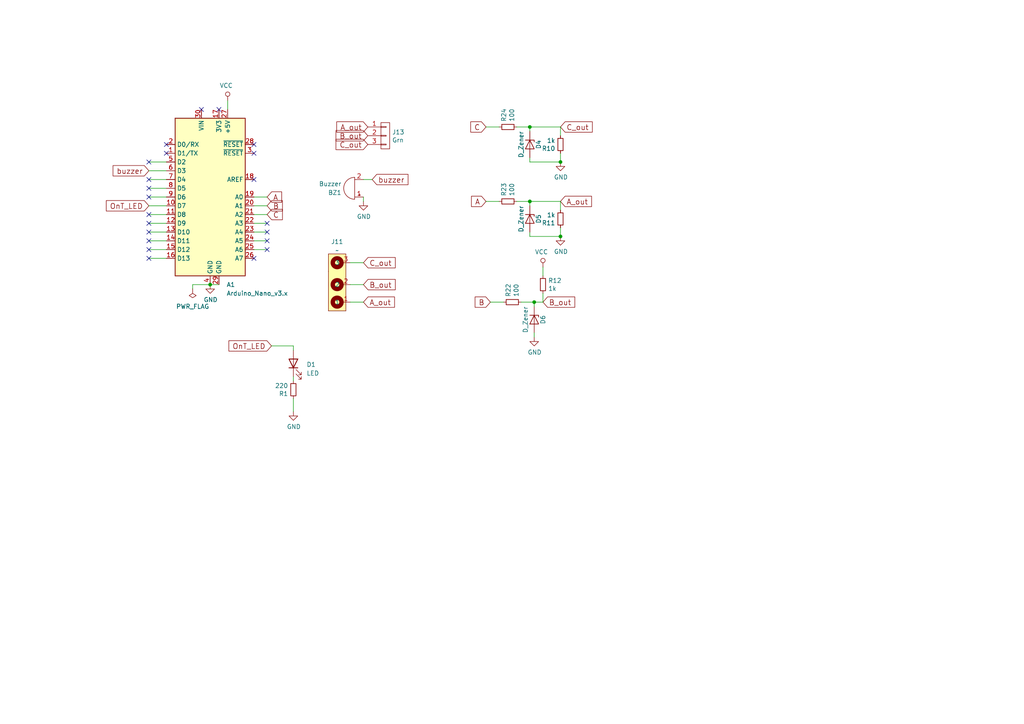
<source format=kicad_sch>
(kicad_sch (version 20231120) (generator "eeschema") (generator_version "8.0")
  (paper "A4")
  (lib_symbols
    (symbol "Device:LED" (pin_numbers hide) (pin_names (offset 1.016) hide)
      (property "Reference" "D" (at 0 2.54 0))
      (property "Value" "LED" (at 0 -2.54 0))
      (symbol "LED_0_1"
        (polyline (pts (xy -1.27 -1.27) (xy -1.27 1.27)) (stroke (width 0.254)))
        (polyline (pts (xy -1.27 0) (xy 1.27 0)))
        (polyline (pts (xy 1.27 -1.27) (xy 1.27 1.27) (xy -1.27 0) (xy 1.27 -1.27)) (stroke (width 0.254)))
        (polyline (pts (xy -3.048 -0.762) (xy -4.572 -2.286) (xy -3.81 -2.286) (xy -4.572 -2.286) (xy -4.572 -1.524)))
        (polyline (pts (xy -1.778 -0.762) (xy -3.302 -2.286) (xy -2.54 -2.286) (xy -3.302 -2.286) (xy -3.302 -1.524)))
      )
      (symbol "LED_1_1"
        (pin passive line (at -3.81 0 0) (length 2.54) (name "K") (number "1"))
        (pin passive line (at 3.81 0 180) (length 2.54) (name "A") (number "2"))
      )
    )
    (symbol "MCU_Module:Arduino_Nano_v3.x"
      (property "Reference" "A" (at -10.16 23.495 0))
      (property "Value" "Arduino_Nano_v3.x" (at 5.08 -24.13 0))
      (symbol "Arduino_Nano_v3.x_0_1"
        (rectangle (start -10.16 22.86) (end 10.16 -22.86) (stroke (width 0.254)) (fill (type background)))
      )
      (symbol "Arduino_Nano_v3.x_1_1"
        (pin bidirectional line (at -12.7 12.7 0) (length 2.54) (name "D1/TX") (number "1"))
        (pin bidirectional line (at -12.7 -2.54 0) (length 2.54) (name "D7") (number "10"))
        (pin bidirectional line (at -12.7 -5.08 0) (length 2.54) (name "D8") (number "11"))
        (pin bidirectional line (at -12.7 -7.62 0) (length 2.54) (name "D9") (number "12"))
        (pin bidirectional line (at -12.7 -10.16 0) (length 2.54) (name "D10") (number "13"))
        (pin bidirectional line (at -12.7 -12.7 0) (length 2.54) (name "D11") (number "14"))
        (pin bidirectional line (at -12.7 -15.24 0) (length 2.54) (name "D12") (number "15"))
        (pin bidirectional line (at -12.7 -17.78 0) (length 2.54) (name "D13") (number "16"))
        (pin power_out line (at 2.54 25.4 270) (length 2.54) (name "3V3") (number "17"))
        (pin input line (at 12.7 5.08 180) (length 2.54) (name "AREF") (number "18"))
        (pin bidirectional line (at 12.7 0 180) (length 2.54) (name "A0") (number "19"))
        (pin bidirectional line (at -12.7 15.24 0) (length 2.54) (name "D0/RX") (number "2"))
        (pin bidirectional line (at 12.7 -2.54 180) (length 2.54) (name "A1") (number "20"))
        (pin bidirectional line (at 12.7 -5.08 180) (length 2.54) (name "A2") (number "21"))
        (pin bidirectional line (at 12.7 -7.62 180) (length 2.54) (name "A3") (number "22"))
        (pin bidirectional line (at 12.7 -10.16 180) (length 2.54) (name "A4") (number "23"))
        (pin bidirectional line (at 12.7 -12.7 180) (length 2.54) (name "A5") (number "24"))
        (pin bidirectional line (at 12.7 -15.24 180) (length 2.54) (name "A6") (number "25"))
        (pin bidirectional line (at 12.7 -17.78 180) (length 2.54) (name "A7") (number "26"))
        (pin power_out line (at 5.08 25.4 270) (length 2.54) (name "+5V") (number "27"))
        (pin input line (at 12.7 15.24 180) (length 2.54) (name "~{RESET}") (number "28"))
        (pin power_in line (at 2.54 -25.4 90) (length 2.54) (name "GND") (number "29"))
        (pin input line (at 12.7 12.7 180) (length 2.54) (name "~{RESET}") (number "3"))
        (pin power_in line (at -2.54 25.4 270) (length 2.54) (name "VIN") (number "30"))
        (pin power_in line (at 0 -25.4 90) (length 2.54) (name "GND") (number "4"))
        (pin bidirectional line (at -12.7 10.16 0) (length 2.54) (name "D2") (number "5"))
        (pin bidirectional line (at -12.7 7.62 0) (length 2.54) (name "D3") (number "6"))
        (pin bidirectional line (at -12.7 5.08 0) (length 2.54) (name "D4") (number "7"))
        (pin bidirectional line (at -12.7 2.54 0) (length 2.54) (name "D5") (number "8"))
        (pin bidirectional line (at -12.7 0 0) (length 2.54) (name "D6") (number "9"))
      )
    )
    (symbol "fencing_scoring-box-rescue:Buzzer-RESCUE-fencing_scoring_box" (pin_names (offset 0.0254) hide)
      (property "Reference" "BZ" (at 3.81 1.27 0))
      (property "Value" "Buzzer-RESCUE-fencing_scoring_box" (at 3.81 -1.27 0))
      (symbol "Buzzer-RESCUE-fencing_scoring_box_0_1"
        (arc (start 0 -3.175) (mid 3.175 0) (end 0 3.175))
        (polyline (pts (xy -1.651 1.905) (xy -1.143 1.905)))
        (polyline (pts (xy -1.397 2.159) (xy -1.397 1.651)))
        (polyline (pts (xy 0 3.175) (xy 0 -3.175)))
      )
      (symbol "Buzzer-RESCUE-fencing_scoring_box_1_1"
        (pin passive line (at -2.54 2.54 0) (length 2.54) (name "-") (number "1"))
        (pin passive line (at -2.54 -2.54 0) (length 2.54) (name "+") (number "2"))
      )
    )
    (symbol "fencing_scoring-box-rescue:CONN_01X03-RESCUE-fencing_scoring_box" (pin_names (offset 1.016) hide)
      (property "Reference" "J" (at 0 5.08 0))
      (property "Value" "CONN_01X03-RESCUE-fencing_scoring_box" (at 2.54 0 90))
      (symbol "CONN_01X03-RESCUE-fencing_scoring_box_0_1"
        (rectangle (start -1.27 -2.413) (end 0.254 -2.667))
        (rectangle (start -1.27 0.127) (end 0.254 -0.127))
        (rectangle (start -1.27 2.667) (end 0.254 2.413))
        (rectangle (start -1.27 3.81) (end 1.27 -3.81))
      )
      (symbol "CONN_01X03-RESCUE-fencing_scoring_box_1_1"
        (pin passive line (at -5.08 2.54 0) (length 3.81) (name "P1") (number "1"))
        (pin passive line (at -5.08 0 0) (length 3.81) (name "P2") (number "2"))
        (pin passive line (at -5.08 -2.54 0) (length 3.81) (name "P3") (number "3"))
      )
    )
    (symbol "fencing_scoring-box-rescue:D_Zener-RESCUE-fencing_scoring_box" (pin_numbers hide) (pin_names (offset 1.016) hide)
      (property "Reference" "D" (at 0 2.54 0))
      (property "Value" "D_Zener-RESCUE-fencing_scoring_box" (at 0 -2.54 0))
      (symbol "D_Zener-RESCUE-fencing_scoring_box_0_1"
        (polyline (pts (xy 1.27 0) (xy -1.27 0)))
        (polyline (pts (xy -1.27 -1.27) (xy -1.27 1.27) (xy -0.762 1.27)) (stroke (width 0.2032)))
        (polyline (pts (xy 1.27 -1.27) (xy 1.27 1.27) (xy -1.27 0) (xy 1.27 -1.27)) (stroke (width 0.2032)))
      )
      (symbol "D_Zener-RESCUE-fencing_scoring_box_1_1"
        (pin passive line (at -3.81 0 0) (length 2.54) (name "K") (number "1"))
        (pin passive line (at 3.81 0 180) (length 2.54) (name "A") (number "2"))
      )
    )
    (symbol "fencing_scoring-box-rescue:GND-RESCUE-fencing_scoring_box" (power) (pin_names (offset 0))
      (property "Value" "GND-RESCUE-fencing_scoring_box" (at 0 -3.81 0))
      (symbol "GND-RESCUE-fencing_scoring_box_0_1"
        (polyline (pts (xy 0 0) (xy 0 -1.27) (xy 1.27 -1.27) (xy 0 -2.54) (xy -1.27 -1.27) (xy 0 -1.27)))
      )
      (symbol "GND-RESCUE-fencing_scoring_box_1_1"
        (pin power_in line (at 0 0 270) (length 0) hide (name "GND") (number "1"))
      )
    )
    (symbol "fencing_scoring-box-rescue:R_Small-RESCUE-fencing_scoring_box" (pin_numbers hide) (pin_names (offset 0.254) hide)
      (property "Reference" "R" (at 0.762 0.508 0))
      (property "Value" "R_Small-RESCUE-fencing_scoring_box" (at 0.762 -1.016 0))
      (symbol "R_Small-RESCUE-fencing_scoring_box_0_1"
        (rectangle (start -0.762 1.778) (end 0.762 -1.778) (stroke (width 0.2032)))
      )
      (symbol "R_Small-RESCUE-fencing_scoring_box_1_1"
        (pin passive line (at 0 2.54 270) (length 0.762) (name "~") (number "1"))
        (pin passive line (at 0 -2.54 90) (length 0.762) (name "~") (number "2"))
      )
    )
    (symbol "fencing_scoring-box-rescue:VCC-RESCUE-fencing_scoring_box" (power) (pin_names (offset 0))
      (property "Value" "VCC-RESCUE-fencing_scoring_box" (at 0 3.81 0))
      (symbol "VCC-RESCUE-fencing_scoring_box_0_1"
        (polyline (pts (xy 0 0) (xy 0 1.27)))
        (circle (center 0 1.905) (radius 0.635))
      )
      (symbol "VCC-RESCUE-fencing_scoring_box_1_1"
        (pin power_in line (at 0 0 90) (length 0) hide (name "VCC") (number "1"))
      )
    )
    (symbol "my_library:Fencing_conn"
      (property "Reference" "J" (at 0 0 0))
      (symbol "Fencing_conn_0_1"
        (circle (center -5.08 -3.81) (radius 1.27) (stroke (width 1.27)))
        (circle (center 0 -3.81) (radius 1.27) (stroke (width 1.27)))
        (rectangle (start 3.81 -1.27) (end 3.81 -1.27))
        (circle (center 6.35 -3.81) (radius 1.27) (stroke (width 1.27)))
      )
      (symbol "Fencing_conn_1_1"
        (rectangle (start -7.62 -1.27) (end 8.89 -6.35) (fill (type color) (color 254 255 170 1)))
        (pin input line (at -5.08 -7.62 90) (length 2.54) (name "1") (number "1"))
        (pin input line (at 0 -7.62 90) (length 2.54) (name "2") (number "2"))
        (pin input line (at 6.35 -7.62 90) (length 2.54) (name "3") (number "3"))
      )
    )
    (symbol "power:PWR_FLAG" (power) (pin_numbers hide) (pin_names (offset 0) hide)
      (property "Value" "PWR_FLAG" (at 0 3.81 0))
      (symbol "PWR_FLAG_0_0"
        (pin power_out line (at 0 0 90) (length 0) (name "~") (number "1"))
      )
      (symbol "PWR_FLAG_0_1"
        (polyline (pts (xy 0 0) (xy 0 1.27) (xy -1.016 1.905) (xy 0 2.54) (xy 1.016 1.905) (xy 0 1.27)))
      )
    )
  )
  (junction (at 60.96 82.55))
  (junction (at 153.67 36.83))
  (junction (at 153.67 58.42))
  (junction (at 162.56 68.58))
  (junction (at 154.94 87.63))
  (junction (at 162.56 46.99))
  (no_connect (at 48.26 41.91))
  (no_connect (at 73.66 74.93))
  (no_connect (at 43.18 69.85))
  (no_connect (at 73.66 44.45))
  (no_connect (at 43.18 67.31))
  (no_connect (at 77.47 72.39))
  (no_connect (at 43.18 74.93))
  (no_connect (at 43.18 72.39))
  (no_connect (at 43.18 57.15))
  (no_connect (at 43.18 62.23))
  (no_connect (at 77.47 69.85))
  (no_connect (at 43.18 54.61))
  (no_connect (at 58.42 31.75))
  (no_connect (at 43.18 64.77))
  (no_connect (at 73.66 41.91))
  (no_connect (at 43.18 46.99))
  (no_connect (at 48.26 44.45))
  (no_connect (at 77.47 67.31))
  (no_connect (at 73.66 52.07))
  (no_connect (at 77.47 64.77))
  (no_connect (at 43.18 52.07))
  (no_connect (at 63.5 31.75))
  (wire (pts (xy 157.48 80.01) (xy 157.48 77.47)))
  (wire (pts (xy 85.09 100.33) (xy 85.09 101.6)))
  (wire (pts (xy 153.67 58.42) (xy 162.56 58.42)))
  (wire (pts (xy 153.67 45.72) (xy 153.67 46.99)))
  (wire (pts (xy 153.67 59.69) (xy 153.67 58.42)))
  (wire (pts (xy 101.6 87.63) (xy 105.41 87.63)))
  (wire (pts (xy 154.94 87.63) (xy 157.48 87.63)))
  (wire (pts (xy 66.04 29.21) (xy 66.04 31.75)))
  (wire (pts (xy 43.18 57.15) (xy 48.26 57.15)))
  (wire (pts (xy 55.88 82.55) (xy 60.96 82.55)))
  (wire (pts (xy 154.94 88.9) (xy 154.94 87.63)))
  (wire (pts (xy 55.88 83.82) (xy 55.88 82.55)))
  (wire (pts (xy 43.18 46.99) (xy 48.26 46.99)))
  (wire (pts (xy 43.18 54.61) (xy 48.26 54.61)))
  (wire (pts (xy 85.09 109.22) (xy 85.09 110.49)))
  (wire (pts (xy 73.66 64.77) (xy 77.47 64.77)))
  (wire (pts (xy 154.94 97.79) (xy 154.94 96.52)))
  (wire (pts (xy 162.56 39.37) (xy 162.56 36.83)))
  (wire (pts (xy 142.24 87.63) (xy 146.05 87.63)))
  (wire (pts (xy 43.18 62.23) (xy 48.26 62.23)))
  (wire (pts (xy 149.86 58.42) (xy 153.67 58.42)))
  (wire (pts (xy 153.67 46.99) (xy 162.56 46.99)))
  (wire (pts (xy 60.96 82.55) (xy 63.5 82.55)))
  (wire (pts (xy 43.18 72.39) (xy 48.26 72.39)))
  (wire (pts (xy 73.66 72.39) (xy 77.47 72.39)))
  (wire (pts (xy 162.56 68.58) (xy 162.56 66.04)))
  (wire (pts (xy 85.09 115.57) (xy 85.09 119.38)))
  (wire (pts (xy 149.86 36.83) (xy 153.67 36.83)))
  (wire (pts (xy 78.74 100.33) (xy 85.09 100.33)))
  (wire (pts (xy 153.67 36.83) (xy 162.56 36.83)))
  (wire (pts (xy 153.67 67.31) (xy 153.67 68.58)))
  (wire (pts (xy 43.18 67.31) (xy 48.26 67.31)))
  (wire (pts (xy 151.13 87.63) (xy 154.94 87.63)))
  (wire (pts (xy 73.66 57.15) (xy 77.47 57.15)))
  (wire (pts (xy 73.66 69.85) (xy 77.47 69.85)))
  (wire (pts (xy 105.41 52.07) (xy 107.95 52.07)))
  (wire (pts (xy 105.41 58.42) (xy 105.41 57.15)))
  (wire (pts (xy 43.18 49.53) (xy 48.26 49.53)))
  (wire (pts (xy 140.97 58.42) (xy 144.78 58.42)))
  (wire (pts (xy 140.97 36.83) (xy 144.78 36.83)))
  (wire (pts (xy 101.6 76.2) (xy 105.41 76.2)))
  (wire (pts (xy 73.66 67.31) (xy 77.47 67.31)))
  (wire (pts (xy 153.67 68.58) (xy 162.56 68.58)))
  (wire (pts (xy 43.18 69.85) (xy 48.26 69.85)))
  (wire (pts (xy 153.67 38.1) (xy 153.67 36.83)))
  (wire (pts (xy 101.6 82.55) (xy 105.41 82.55)))
  (wire (pts (xy 162.56 60.96) (xy 162.56 58.42)))
  (wire (pts (xy 43.18 59.69) (xy 48.26 59.69)))
  (wire (pts (xy 73.66 62.23) (xy 77.47 62.23)))
  (wire (pts (xy 157.48 87.63) (xy 157.48 85.09)))
  (wire (pts (xy 162.56 46.99) (xy 162.56 44.45)))
  (wire (pts (xy 43.18 64.77) (xy 48.26 64.77)))
  (wire (pts (xy 43.18 74.93) (xy 48.26 74.93)))
  (wire (pts (xy 43.18 52.07) (xy 48.26 52.07)))
  (wire (pts (xy 73.66 59.69) (xy 77.47 59.69)))
  (global_label "buzzer" (shape input) (at 107.95 52.07 0) (effects (font (size 1.524 1.524))) (property "Intersheetrefs" "${INTERSHEET_REFS}" (effects (hide yes))))
  (global_label "OnT_LED" (shape input) (at 78.74 100.33 180) (effects (font (size 1.524 1.524))) (property "Intersheetrefs" "${INTERSHEET_REFS}" (effects (hide yes))))
  (global_label "C" (shape input) (at 140.97 36.83 180) (effects (font (size 1.524 1.524))) (property "Intersheetrefs" "${INTERSHEET_REFS}" (effects (hide yes))))
  (global_label "C_out" (shape input) (at 105.41 76.2 0) (effects (font (size 1.524 1.524))) (property "Intersheetrefs" "${INTERSHEET_REFS}" (effects (hide yes))))
  (global_label "A_out" (shape input) (at 106.68 36.83 180) (effects (font (size 1.524 1.524))) (property "Intersheetrefs" "${INTERSHEET_REFS}" (effects (hide yes))))
  (global_label "C_out" (shape input) (at 106.68 41.91 180) (effects (font (size 1.524 1.524))) (property "Intersheetrefs" "${INTERSHEET_REFS}" (effects (hide yes))))
  (global_label "B" (shape input) (at 77.47 59.69 0) (effects (font (size 1.524 1.524))) (property "Intersheetrefs" "${INTERSHEET_REFS}" (effects (hide yes))))
  (global_label "C_out" (shape input) (at 162.56 36.83 0) (effects (font (size 1.524 1.524))) (property "Intersheetrefs" "${INTERSHEET_REFS}" (effects (hide yes))))
  (global_label "B" (shape input) (at 142.24 87.63 180) (effects (font (size 1.524 1.524))) (property "Intersheetrefs" "${INTERSHEET_REFS}" (effects (hide yes))))
  (global_label "B_out" (shape input) (at 157.48 87.63 0) (effects (font (size 1.524 1.524))) (property "Intersheetrefs" "${INTERSHEET_REFS}" (effects (hide yes))))
  (global_label "A_out" (shape input) (at 105.41 87.63 0) (effects (font (size 1.524 1.524))) (property "Intersheetrefs" "${INTERSHEET_REFS}" (effects (hide yes))))
  (global_label "OnT_LED" (shape input) (at 43.18 59.69 180) (effects (font (size 1.524 1.524))) (property "Intersheetrefs" "${INTERSHEET_REFS}" (effects (hide yes))))
  (global_label "A" (shape input) (at 77.47 57.15 0) (effects (font (size 1.524 1.524))) (property "Intersheetrefs" "${INTERSHEET_REFS}" (effects (hide yes))))
  (global_label "buzzer" (shape input) (at 43.18 49.53 180) (effects (font (size 1.524 1.524))) (property "Intersheetrefs" "${INTERSHEET_REFS}" (effects (hide yes))))
  (global_label "C" (shape input) (at 77.47 62.23 0) (effects (font (size 1.524 1.524))) (property "Intersheetrefs" "${INTERSHEET_REFS}" (effects (hide yes))))
  (global_label "A_out" (shape input) (at 162.56 58.42 0) (effects (font (size 1.524 1.524))) (property "Intersheetrefs" "${INTERSHEET_REFS}" (effects (hide yes))))
  (global_label "B_out" (shape input) (at 105.41 82.55 0) (effects (font (size 1.524 1.524))) (property "Intersheetrefs" "${INTERSHEET_REFS}" (effects (hide yes))))
  (global_label "B_out" (shape input) (at 106.68 39.37 180) (effects (font (size 1.524 1.524))) (property "Intersheetrefs" "${INTERSHEET_REFS}" (effects (hide yes))))
  (global_label "A" (shape input) (at 140.97 58.42 180) (effects (font (size 1.524 1.524))) (property "Intersheetrefs" "${INTERSHEET_REFS}" (effects (hide yes))))
  (symbol (lib_id "fencing_scoring-box-rescue:GND-RESCUE-fencing_scoring_box") (at 105.41 58.42 0) (unit 1)
    (property "Reference" "#PWR019" (effects (hide yes)))
    (property "Value" "GND" (at 105.537 62.8142 0))
  )
  (symbol (lib_id "fencing_scoring-box-rescue:R_Small-RESCUE-fencing_scoring_box") (at 162.56 41.91 180) (unit 1)
    (property "Reference" "R10" (at 161.0614 43.0784 0) (effects (justify left)))
    (property "Value" "1k" (at 161.0614 40.767 0) (effects (justify left)))
    (property "Footprint" "my_library:resistor_THT_and_0805" (effects (hide yes)))
  )
  (symbol (lib_id "fencing_scoring-box-rescue:GND-RESCUE-fencing_scoring_box") (at 162.56 46.99 0) (unit 1)
    (property "Reference" "#PWR011" (effects (hide yes)))
    (property "Value" "GND" (at 162.687 51.3842 0))
  )
  (symbol (lib_id "fencing_scoring-box-rescue:D_Zener-RESCUE-fencing_scoring_box") (at 153.67 41.91 270) (unit 1)
    (property "Reference" "D4" (at 156.21 41.91 0))
    (property "Value" "D_Zener" (at 151.13 41.91 0))
    (property "Footprint" "my_library:diode_THT_and_1206" (effects (hide yes)))
  )
  (symbol (lib_id "fencing_scoring-box-rescue:R_Small-RESCUE-fencing_scoring_box") (at 162.56 63.5 180) (unit 1)
    (property "Reference" "R11" (at 161.0614 64.6684 0) (effects (justify left)))
    (property "Value" "1k" (at 161.0614 62.357 0) (effects (justify left)))
    (property "Footprint" "my_library:resistor_THT_and_0805" (effects (hide yes)))
  )
  (symbol (lib_id "fencing_scoring-box-rescue:GND-RESCUE-fencing_scoring_box") (at 162.56 68.58 0) (unit 1)
    (property "Reference" "#PWR013" (effects (hide yes)))
    (property "Value" "GND" (at 162.687 72.9742 0))
  )
  (symbol (lib_id "fencing_scoring-box-rescue:D_Zener-RESCUE-fencing_scoring_box") (at 153.67 63.5 270) (unit 1)
    (property "Reference" "D5" (at 156.21 63.5 0))
    (property "Value" "D_Zener" (at 151.13 63.5 0))
    (property "Footprint" "my_library:diode_THT_and_1206" (effects (hide yes)))
  )
  (symbol (lib_id "fencing_scoring-box-rescue:D_Zener-RESCUE-fencing_scoring_box") (at 154.94 92.71 270) (unit 1)
    (property "Reference" "D6" (at 157.48 92.71 0))
    (property "Value" "D_Zener" (at 152.4 92.71 0))
    (property "Footprint" "my_library:diode_THT_and_1206" (effects (hide yes)))
  )
  (symbol (lib_id "fencing_scoring-box-rescue:GND-RESCUE-fencing_scoring_box") (at 154.94 97.79 0) (unit 1)
    (property "Reference" "#PWR016" (effects (hide yes)))
    (property "Value" "GND" (at 155.067 102.1842 0))
  )
  (symbol (lib_id "fencing_scoring-box-rescue:R_Small-RESCUE-fencing_scoring_box") (at 157.48 82.55 0) (unit 1)
    (property "Reference" "R12" (at 158.9786 81.3816 0) (effects (justify left)))
    (property "Value" "1k" (at 158.9786 83.693 0) (effects (justify left)))
    (property "Footprint" "my_library:resistor_THT_and_0805" (effects (hide yes)))
  )
  (symbol (lib_id "fencing_scoring-box-rescue:VCC-RESCUE-fencing_scoring_box") (at 157.48 77.47 0) (mirror y) (unit 1)
    (property "Reference" "#PWR017" (effects (hide yes)))
    (property "Value" "VCC" (at 157.0482 73.0758 0))
  )
  (symbol (lib_id "fencing_scoring-box-rescue:Buzzer-RESCUE-fencing_scoring_box") (at 102.87 54.61 180) (unit 1)
    (property "Reference" "BZ1" (at 99.06 55.88 0) (effects (justify left)))
    (property "Value" "Buzzer" (at 99.06 53.34 0) (effects (justify left)))
    (property "Footprint" "Buzzer_Beeper:Buzzer_12x9.5RM7.6" (effects (hide yes)))
  )
  (symbol (lib_id "fencing_scoring-box-rescue:GND-RESCUE-fencing_scoring_box") (at 60.96 82.55 0) (unit 1)
    (property "Reference" "#PWR01" (effects (hide yes)))
    (property "Value" "GND" (at 61.087 86.9442 0))
  )
  (symbol (lib_id "fencing_scoring-box-rescue:GND-RESCUE-fencing_scoring_box") (at 85.09 119.38 0) (unit 1)
    (property "Reference" "#PWR03" (effects (hide yes)))
    (property "Value" "GND" (at 85.217 123.7742 0))
  )
  (symbol (lib_id "MCU_Module:Arduino_Nano_v3.x") (at 60.96 57.15 0) (unit 1)
    (property "Reference" "A1" (at 65.6941 82.55 0) (effects (justify left)))
    (property "Value" "Arduino_Nano_v3.x" (at 65.6941 85.09 0) (effects (justify left)))
    (property "Footprint" "Module:Arduino_Nano" (effects (hide yes)))
    (property "Datasheet" "http://www.mouser.com/pdfdocs/Gravitech_Arduino_Nano3_0.pdf" (effects (hide yes)))
    (property "Description" "Arduino Nano v3.x" (effects (hide yes)))
  )
  (symbol (lib_id "fencing_scoring-box-rescue:CONN_01X03-RESCUE-fencing_scoring_box") (at 111.76 39.37 0) (unit 1)
    (property "Reference" "J13" (at 113.7158 38.3286 0) (effects (justify left)))
    (property "Value" "Grn" (at 113.7158 40.64 0) (effects (justify left)))
    (property "Footprint" "Connector_PinHeader_2.54mm:PinHeader_1x03_P2.54mm_Vertical" (effects (hide yes)))
  )
  (symbol (lib_id "Device:LED") (at 85.09 105.41 90) (unit 1)
    (property "Reference" "D1" (at 88.9 105.7274 90) (effects (justify right)))
    (property "Value" "LED" (at 88.9 108.2674 90) (effects (justify right)))
    (property "Description" "Light emitting diode" (effects (hide yes)))
  )
  (symbol (lib_id "fencing_scoring-box-rescue:R_Small-RESCUE-fencing_scoring_box") (at 147.32 36.83 90) (unit 1)
    (property "Reference" "R24" (at 146.1516 35.3314 0) (effects (justify left)))
    (property "Value" "100" (at 148.463 35.3314 0) (effects (justify left)))
    (property "Footprint" "my_library:resistor_THT_and_0805" (effects (hide yes)))
  )
  (symbol (lib_id "fencing_scoring-box-rescue:VCC-RESCUE-fencing_scoring_box") (at 66.04 29.21 0) (mirror y) (unit 1)
    (property "Reference" "#PWR02" (effects (hide yes)))
    (property "Value" "VCC" (at 65.6082 24.8158 0))
  )
  (symbol (lib_id "fencing_scoring-box-rescue:R_Small-RESCUE-fencing_scoring_box") (at 148.59 87.63 90) (unit 1)
    (property "Reference" "R22" (at 147.4216 86.1314 0) (effects (justify left)))
    (property "Value" "100" (at 149.733 86.1314 0) (effects (justify left)))
    (property "Footprint" "my_library:resistor_THT_and_0805" (effects (hide yes)))
  )
  (symbol (lib_id "power:PWR_FLAG") (at 55.88 83.82 180) (unit 1)
    (property "Reference" "#FLG01" (effects (hide yes)))
    (property "Value" "PWR_FLAG" (at 55.88 88.9 0))
    (property "Description" "Special symbol for telling ERC where power comes from" (effects (hide yes)))
  )
  (symbol (lib_id "fencing_scoring-box-rescue:R_Small-RESCUE-fencing_scoring_box") (at 147.32 58.42 90) (unit 1)
    (property "Reference" "R23" (at 146.1516 56.9214 0) (effects (justify left)))
    (property "Value" "100" (at 148.463 56.9214 0) (effects (justify left)))
    (property "Footprint" "my_library:resistor_THT_and_0805" (effects (hide yes)))
  )
  (symbol (lib_id "fencing_scoring-box-rescue:R_Small-RESCUE-fencing_scoring_box") (at 85.09 113.03 180) (unit 1)
    (property "Reference" "R1" (at 83.5914 114.1984 0) (effects (justify left)))
    (property "Value" "220" (at 83.5914 111.887 0) (effects (justify left)))
    (property "Footprint" "my_library:resistor_THT_and_0805" (effects (hide yes)))
  )
  (symbol (lib_id "my_library:Fencing_conn") (at 93.98 82.55 90) (unit 1)
    (property "Reference" "J11" (at 97.79 70.104 90))
    (property "Value" "~" (at 97.79 72.644 90))
    (property "Footprint" "my_library:Fencing_conn" (effects (hide yes)))
  )
)
</source>
